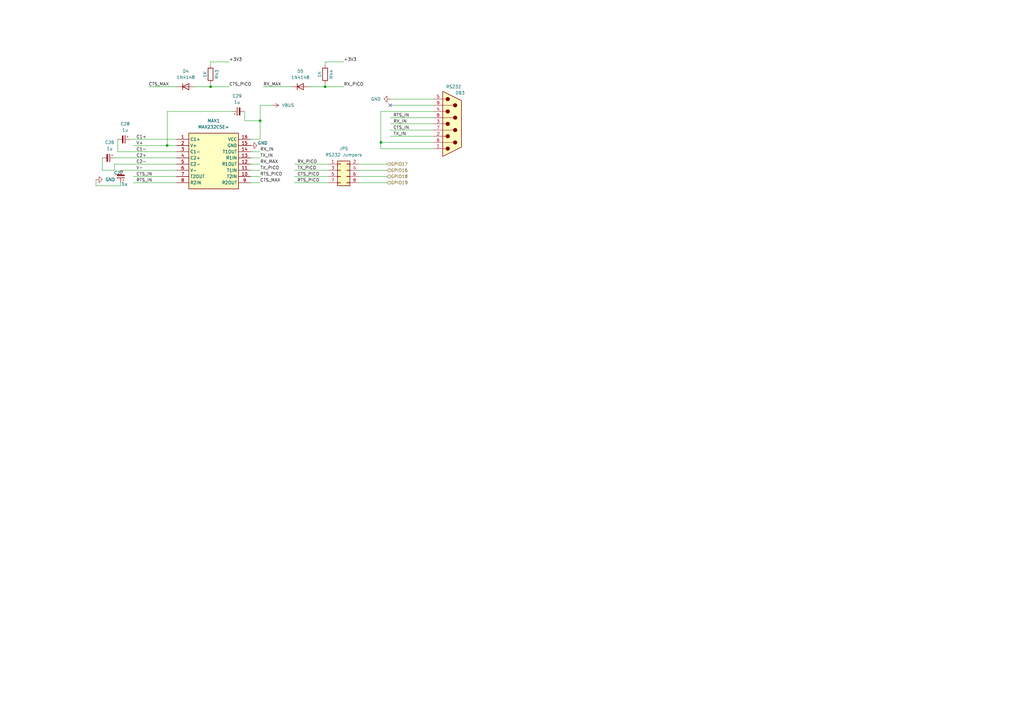
<source format=kicad_sch>
(kicad_sch (version 20231120) (generator "eeschema") (generator_version "8.0")
  (paper "A3")
  (title_block (title "FRANK2") (date "2024-11-21") (rev "1.0") (company "Mikhail Matveev") (comment 1 "https://github.com/xtremespb/frank2"))
  (lib_symbols
    (symbol "Connector:DB9_Male" (pin_names (offset 1.016) hide)
      (property "Reference" "J" (at 0 13.97 0))
      (property "Value" "DB9_Male" (at 0 -14.605 0))
      (symbol "DB9_Male_0_1"
        (circle (center -1.778 -10.16) (radius 0.762) (fill (type outline)))
        (circle (center -1.778 -5.08) (radius 0.762) (fill (type outline)))
        (circle (center -1.778 0) (radius 0.762) (fill (type outline)))
        (circle (center -1.778 5.08) (radius 0.762) (fill (type outline)))
        (circle (center -1.778 10.16) (radius 0.762) (fill (type outline)))
        (polyline (pts (xy -3.81 -10.16) (xy -2.54 -10.16)))
        (polyline (pts (xy -3.81 -7.62) (xy 0.508 -7.62)))
        (polyline (pts (xy -3.81 -5.08) (xy -2.54 -5.08)))
        (polyline (pts (xy -3.81 -2.54) (xy 0.508 -2.54)))
        (polyline (pts (xy -3.81 0) (xy -2.54 0)))
        (polyline (pts (xy -3.81 2.54) (xy 0.508 2.54)))
        (polyline (pts (xy -3.81 5.08) (xy -2.54 5.08)))
        (polyline (pts (xy -3.81 7.62) (xy 0.508 7.62)))
        (polyline (pts (xy -3.81 10.16) (xy -2.54 10.16)))
        (polyline (pts (xy -3.81 -13.335) (xy -3.81 13.335) (xy 3.81 9.525) (xy 3.81 -9.525) (xy -3.81 -13.335)) (stroke (width 0.254)) (fill (type background)))
        (circle (center 1.27 -7.62) (radius 0.762) (fill (type outline)))
        (circle (center 1.27 -2.54) (radius 0.762) (fill (type outline)))
        (circle (center 1.27 2.54) (radius 0.762) (fill (type outline)))
        (circle (center 1.27 7.62) (radius 0.762) (fill (type outline)))
      )
      (symbol "DB9_Male_1_1"
        (pin passive line (at -7.62 -10.16 0) (length 3.81) (name "1") (number "1"))
        (pin passive line (at -7.62 -5.08 0) (length 3.81) (name "2") (number "2"))
        (pin passive line (at -7.62 0 0) (length 3.81) (name "3") (number "3"))
        (pin passive line (at -7.62 5.08 0) (length 3.81) (name "4") (number "4"))
        (pin passive line (at -7.62 10.16 0) (length 3.81) (name "5") (number "5"))
        (pin passive line (at -7.62 -7.62 0) (length 3.81) (name "6") (number "6"))
        (pin passive line (at -7.62 -2.54 0) (length 3.81) (name "7") (number "7"))
        (pin passive line (at -7.62 2.54 0) (length 3.81) (name "8") (number "8"))
        (pin passive line (at -7.62 7.62 0) (length 3.81) (name "9") (number "9"))
      )
    )
    (symbol "Connector_Generic:Conn_02x04_Odd_Even" (pin_names (offset 1.016) hide)
      (property "Reference" "J" (at 1.27 5.08 0))
      (property "Value" "Conn_02x04_Odd_Even" (at 1.27 -7.62 0))
      (symbol "Conn_02x04_Odd_Even_1_1"
        (rectangle (start -1.27 -4.953) (end 0 -5.207) (stroke (width 0.1524)))
        (rectangle (start -1.27 -2.413) (end 0 -2.667) (stroke (width 0.1524)))
        (rectangle (start -1.27 0.127) (end 0 -0.127) (stroke (width 0.1524)))
        (rectangle (start -1.27 2.667) (end 0 2.413) (stroke (width 0.1524)))
        (rectangle (start -1.27 3.81) (end 3.81 -6.35) (stroke (width 0.254)) (fill (type background)))
        (rectangle (start 3.81 -4.953) (end 2.54 -5.207) (stroke (width 0.1524)))
        (rectangle (start 3.81 -2.413) (end 2.54 -2.667) (stroke (width 0.1524)))
        (rectangle (start 3.81 0.127) (end 2.54 -0.127) (stroke (width 0.1524)))
        (rectangle (start 3.81 2.667) (end 2.54 2.413) (stroke (width 0.1524)))
        (pin passive line (at -5.08 2.54 0) (length 3.81) (name "Pin_1") (number "1"))
        (pin passive line (at 7.62 2.54 180) (length 3.81) (name "Pin_2") (number "2"))
        (pin passive line (at -5.08 0 0) (length 3.81) (name "Pin_3") (number "3"))
        (pin passive line (at 7.62 0 180) (length 3.81) (name "Pin_4") (number "4"))
        (pin passive line (at -5.08 -2.54 0) (length 3.81) (name "Pin_5") (number "5"))
        (pin passive line (at 7.62 -2.54 180) (length 3.81) (name "Pin_6") (number "6"))
        (pin passive line (at -5.08 -5.08 0) (length 3.81) (name "Pin_7") (number "7"))
        (pin passive line (at 7.62 -5.08 180) (length 3.81) (name "Pin_8") (number "8"))
      )
    )
    (symbol "Device:C_Polarized_Small" (pin_numbers hide) (pin_names (offset 0.254) hide)
      (property "Reference" "C" (at 0.254 1.778 0))
      (property "Value" "C_Polarized_Small" (at 0.254 -2.032 0))
      (symbol "C_Polarized_Small_0_1"
        (rectangle (start -1.524 -0.3048) (end 1.524 -0.6858) (fill (type outline)))
        (rectangle (start -1.524 0.6858) (end 1.524 0.3048))
        (polyline (pts (xy -1.27 1.524) (xy -0.762 1.524)))
        (polyline (pts (xy -1.016 1.27) (xy -1.016 1.778)))
      )
      (symbol "C_Polarized_Small_1_1"
        (pin passive line (at 0 2.54 270) (length 1.8542) (name "~") (number "1"))
        (pin passive line (at 0 -2.54 90) (length 1.8542) (name "~") (number "2"))
      )
    )
    (symbol "Device:R" (pin_numbers hide) (pin_names (offset 0))
      (property "Reference" "R" (at 2.032 0 90))
      (property "Value" "R" (at 0 0 90))
      (symbol "R_0_1"
        (rectangle (start -1.016 -2.54) (end 1.016 2.54) (stroke (width 0.254)))
      )
      (symbol "R_1_1"
        (pin passive line (at 0 3.81 270) (length 1.27) (name "~") (number "1"))
        (pin passive line (at 0 -3.81 90) (length 1.27) (name "~") (number "2"))
      )
    )
    (symbol "Diode:1N4148" (pin_numbers hide) (pin_names hide)
      (property "Reference" "D" (at 0 2.54 0))
      (property "Value" "1N4148" (at 0 -2.54 0))
      (symbol "1N4148_0_1"
        (polyline (pts (xy -1.27 1.27) (xy -1.27 -1.27)) (stroke (width 0.254)))
        (polyline (pts (xy 1.27 0) (xy -1.27 0)))
        (polyline (pts (xy 1.27 1.27) (xy 1.27 -1.27) (xy -1.27 0) (xy 1.27 1.27)) (stroke (width 0.254)))
      )
      (symbol "1N4148_1_1"
        (pin passive line (at -3.81 0 0) (length 2.54) (name "K") (number "1"))
        (pin passive line (at 3.81 0 180) (length 2.54) (name "A") (number "2"))
      )
    )
    (symbol "GND_2" (power) (pin_numbers hide) (pin_names (offset 0) hide)
      (property "Value" "GND" (at 0 -3.81 0))
      (symbol "GND_2_0_1"
        (polyline (pts (xy 0 0) (xy 0 -1.27) (xy 1.27 -1.27) (xy 0 -2.54) (xy -1.27 -1.27) (xy 0 -1.27)))
      )
      (symbol "GND_2_1_1"
        (pin power_in line (at 0 0 270) (length 0) (name "~") (number "1"))
      )
    )
    (symbol "GND_3" (power) (pin_numbers hide) (pin_names (offset 0) hide)
      (property "Value" "GND" (at 0 -3.81 0))
      (symbol "GND_3_0_1"
        (polyline (pts (xy 0 0) (xy 0 -1.27) (xy 1.27 -1.27) (xy 0 -2.54) (xy -1.27 -1.27) (xy 0 -1.27)))
      )
      (symbol "GND_3_1_1"
        (pin power_in line (at 0 0 270) (length 0) (name "~") (number "1"))
      )
    )
    (symbol "GND_7" (power) (pin_numbers hide) (pin_names (offset 0) hide)
      (property "Value" "GND" (at 0 -3.81 0))
      (symbol "GND_7_0_1"
        (polyline (pts (xy 0 0) (xy 0 -1.27) (xy 1.27 -1.27) (xy 0 -2.54) (xy -1.27 -1.27) (xy 0 -1.27)))
      )
      (symbol "GND_7_1_1"
        (pin power_in line (at 0 0 270) (length 0) (name "~") (number "1"))
      )
    )
    (symbol "LIBS:MAX232CSE+"
      (property "Reference" "IC" (at 26.67 7.62 0))
      (property "Value" "MAX232CSE+" (at 26.67 5.08 0))
      (symbol "MAX232CSE+_1_1"
        (rectangle (start 5.08 2.54) (end 25.4 -20.32) (stroke (width 0.254)) (fill (type background)))
        (pin passive line (at 0 0 0) (length 5.08) (name "C1+") (number "1"))
        (pin passive line (at 30.48 -15.24 180) (length 5.08) (name "T2IN") (number "10"))
        (pin passive line (at 30.48 -12.7 180) (length 5.08) (name "T1IN") (number "11"))
        (pin passive line (at 30.48 -10.16 180) (length 5.08) (name "R1OUT") (number "12"))
        (pin passive line (at 30.48 -7.62 180) (length 5.08) (name "R1IN") (number "13"))
        (pin passive line (at 30.48 -5.08 180) (length 5.08) (name "T1OUT") (number "14"))
        (pin passive line (at 30.48 -2.54 180) (length 5.08) (name "GND") (number "15"))
        (pin passive line (at 30.48 0 180) (length 5.08) (name "VCC") (number "16"))
        (pin passive line (at 0 -2.54 0) (length 5.08) (name "V+") (number "2"))
        (pin passive line (at 0 -5.08 0) (length 5.08) (name "C1-") (number "3"))
        (pin passive line (at 0 -7.62 0) (length 5.08) (name "C2+") (number "4"))
        (pin passive line (at 0 -10.16 0) (length 5.08) (name "C2-") (number "5"))
        (pin passive line (at 0 -12.7 0) (length 5.08) (name "V-") (number "6"))
        (pin passive line (at 0 -15.24 0) (length 5.08) (name "T2OUT") (number "7"))
        (pin passive line (at 0 -17.78 0) (length 5.08) (name "R2IN") (number "8"))
        (pin passive line (at 30.48 -17.78 180) (length 5.08) (name "R2OUT") (number "9"))
      )
    )
    (symbol "power:VBUS" (power) (pin_numbers hide) (pin_names (offset 0) hide)
      (property "Value" "VBUS" (at 0 3.556 0))
      (symbol "VBUS_0_1"
        (polyline (pts (xy -0.762 1.27) (xy 0 2.54)))
        (polyline (pts (xy 0 0) (xy 0 2.54)))
        (polyline (pts (xy 0 2.54) (xy 0.762 1.27)))
      )
      (symbol "VBUS_1_1"
        (pin power_in line (at 0 0 90) (length 0) (name "~") (number "1"))
      )
    )
  )
  (junction (at 86.36 35.56))
  (junction (at 133.35 35.56))
  (junction (at 156.21 58.42))
  (junction (at 106.68 49.53))
  (junction (at 68.58 59.69))
  (no_connect (at 160.02 43.18))
  (wire (pts (xy 46.99 69.85) (xy 46.99 67.31)))
  (wire (pts (xy 102.87 72.39) (xy 106.68 72.39)))
  (wire (pts (xy 102.87 67.31) (xy 106.68 67.31)))
  (wire (pts (xy 120.65 72.39) (xy 134.62 72.39)))
  (wire (pts (xy 156.21 60.96) (xy 156.21 58.42)))
  (wire (pts (xy 46.99 67.31) (xy 72.39 67.31)))
  (wire (pts (xy 133.35 25.4) (xy 133.35 26.67)))
  (wire (pts (xy 100.33 49.53) (xy 100.33 45.72)))
  (wire (pts (xy 41.91 69.85) (xy 46.99 69.85)))
  (wire (pts (xy 49.53 69.85) (xy 72.39 69.85)))
  (wire (pts (xy 53.34 57.15) (xy 72.39 57.15)))
  (wire (pts (xy 147.32 74.93) (xy 158.75 74.93)))
  (wire (pts (xy 156.21 58.42) (xy 156.21 45.72)))
  (wire (pts (xy 156.21 45.72) (xy 177.8 45.72)))
  (wire (pts (xy 86.36 34.29) (xy 86.36 35.56)))
  (wire (pts (xy 49.53 76.2) (xy 49.53 74.93)))
  (wire (pts (xy 107.95 35.56) (xy 119.38 35.56)))
  (wire (pts (xy 127 35.56) (xy 133.35 35.56)))
  (wire (pts (xy 102.87 57.15) (xy 106.68 57.15)))
  (wire (pts (xy 54.61 74.93) (xy 72.39 74.93)))
  (wire (pts (xy 156.21 58.42) (xy 177.8 58.42)))
  (wire (pts (xy 46.99 64.77) (xy 72.39 64.77)))
  (wire (pts (xy 106.68 43.18) (xy 111.76 43.18)))
  (wire (pts (xy 86.36 35.56) (xy 93.98 35.56)))
  (wire (pts (xy 120.65 69.85) (xy 134.62 69.85)))
  (wire (pts (xy 68.58 45.72) (xy 68.58 59.69)))
  (wire (pts (xy 48.26 57.15) (xy 48.26 62.23)))
  (wire (pts (xy 48.26 62.23) (xy 72.39 62.23)))
  (wire (pts (xy 160.02 53.34) (xy 177.8 53.34)))
  (wire (pts (xy 160.02 48.26) (xy 177.8 48.26)))
  (wire (pts (xy 120.65 67.31) (xy 134.62 67.31)))
  (wire (pts (xy 102.87 74.93) (xy 106.68 74.93)))
  (wire (pts (xy 39.37 76.2) (xy 39.37 73.66)))
  (wire (pts (xy 93.98 25.4) (xy 86.36 25.4)))
  (wire (pts (xy 160.02 40.64) (xy 177.8 40.64)))
  (wire (pts (xy 39.37 76.2) (xy 49.53 76.2)))
  (wire (pts (xy 140.97 25.4) (xy 133.35 25.4)))
  (wire (pts (xy 41.91 64.77) (xy 41.91 69.85)))
  (wire (pts (xy 54.61 72.39) (xy 72.39 72.39)))
  (wire (pts (xy 147.32 72.39) (xy 158.75 72.39)))
  (wire (pts (xy 54.61 59.69) (xy 68.58 59.69)))
  (wire (pts (xy 86.36 25.4) (xy 86.36 26.67)))
  (wire (pts (xy 68.58 59.69) (xy 72.39 59.69)))
  (wire (pts (xy 95.25 45.72) (xy 68.58 45.72)))
  (wire (pts (xy 147.32 67.31) (xy 158.75 67.31)))
  (wire (pts (xy 80.01 35.56) (xy 86.36 35.56)))
  (wire (pts (xy 147.32 69.85) (xy 158.75 69.85)))
  (wire (pts (xy 133.35 34.29) (xy 133.35 35.56)))
  (wire (pts (xy 160.02 43.18) (xy 177.8 43.18)))
  (wire (pts (xy 133.35 35.56) (xy 140.97 35.56)))
  (wire (pts (xy 102.87 62.23) (xy 106.68 62.23)))
  (wire (pts (xy 120.65 74.93) (xy 134.62 74.93)))
  (wire (pts (xy 102.87 64.77) (xy 106.68 64.77)))
  (wire (pts (xy 156.21 60.96) (xy 177.8 60.96)))
  (wire (pts (xy 106.68 49.53) (xy 106.68 43.18)))
  (wire (pts (xy 106.68 49.53) (xy 106.68 57.15)))
  (wire (pts (xy 102.87 69.85) (xy 106.68 69.85)))
  (wire (pts (xy 160.02 55.88) (xy 177.8 55.88)))
  (wire (pts (xy 60.96 35.56) (xy 72.39 35.56)))
  (wire (pts (xy 160.02 50.8) (xy 177.8 50.8)))
  (wire (pts (xy 100.33 49.53) (xy 106.68 49.53)))
  (label "TX_PICO" (at 121.92 69.85 0))
  (label "CTS_PICO" (at 121.92 72.39 0))
  (label "RTS_PICO" (at 121.92 74.93 0))
  (label "+3V3" (at 93.98 25.4 0))
  (label "CTS_MAX" (at 106.68 74.93 0))
  (label "RX_IN" (at 106.68 62.23 0))
  (label "CTS_IN" (at 55.88 72.39 0))
  (label "CTS_MAX" (at 60.96 35.56 0))
  (label "RX_MAX" (at 107.95 35.56 0))
  (label "TX_IN" (at 161.29 55.88 0))
  (label "TX_PICO" (at 106.68 69.85 0))
  (label "C1-" (at 55.88 62.23 0))
  (label "RX_PICO" (at 140.97 35.56 0))
  (label "+3V3" (at 140.97 25.4 0))
  (label "RTS_PICO" (at 106.68 72.39 0))
  (label "V-" (at 55.88 69.85 0))
  (label "RTS_IN" (at 161.29 48.26 0))
  (label "C2-" (at 55.88 67.31 0))
  (label "RX_MAX" (at 106.68 67.31 0))
  (label "C1+" (at 55.88 57.15 0))
  (label "RTS_IN" (at 55.88 74.93 0))
  (label "C2+" (at 55.88 64.77 0))
  (label "RX_PICO" (at 121.92 67.31 0))
  (label "CTS_PICO" (at 93.98 35.56 0))
  (label "CTS_IN" (at 161.29 53.34 0))
  (label "TX_IN" (at 106.68 64.77 0))
  (label "RX_IN" (at 161.29 50.8 0))
  (label "V+" (at 55.88 59.69 0))
  (hierarchical_label "GPIO16" (shape input) (at 158.75 69.85 0))
  (hierarchical_label "GPIO17" (shape input) (at 158.75 67.31 0))
  (hierarchical_label "GPIO18" (shape input) (at 158.75 72.39 0))
  (hierarchical_label "GPIO19" (shape input) (at 158.75 74.93 0))
  (symbol (lib_id "Connector_Generic:Conn_02x04_Odd_Even") (at 139.7 69.85 0) (unit 1)
    (property "Reference" "JP5" (at 140.97 60.96 0))
    (property "Value" "RS232 Jumpers" (at 140.97 63.5 0))
    (property "Footprint" "LIBS:Medved_PinHeader_2x04_P2.54mm_Vertical" (effects (hide yes)))
    (property "Description" "Generic connector, double row, 02x04, odd/even pin numbering scheme (row 1 odd numbers, row 2 even numbers), script generated (kicad-library-utils/schlib/autogen/connector/)" (effects (hide yes)))
  )
  (symbol (lib_id "power:VBUS") (at 111.76 43.18 270) (unit 1)
    (property "Reference" "#PWR080" (effects (hide yes)))
    (property "Value" "VBUS" (at 115.57 43.1799 90) (effects (justify left)))
    (property "Description" "Power symbol creates a global label with name \"VBUS\"" (effects (hide yes)))
  )
  (symbol (lib_id "Device:R") (at 133.35 30.48 180) (unit 1)
    (property "Reference" "R44" (at 135.89 30.48 90))
    (property "Value" "1K" (at 131.064 30.48 90))
    (property "Footprint" "Resistor_SMD:R_0805_2012Metric_Pad1.20x1.40mm_HandSolder" (effects (hide yes)))
  )
  (symbol (lib_id "Device:C_Polarized_Small") (at 97.79 45.72 90) (unit 1)
    (property "Reference" "C29" (at 97.2439 39.37 90))
    (property "Value" "1u" (at 97.2439 41.91 90))
    (property "Footprint" "LIBS:Medved_CP_Radial_D5.0mm_P2.50mm" (effects (hide yes)))
    (property "Description" "Polarized capacitor, small symbol" (effects (hide yes)))
  )
  (symbol (lib_name "GND_3") (lib_id "power:GND") (at 160.02 40.64 270) (unit 1)
    (property "Reference" "#PWR055" (effects (hide yes)))
    (property "Value" "GND" (at 156.21 40.6399 90) (effects (justify right)))
    (property "Description" "Power symbol creates a global label with name \"GND\" , ground" (effects (hide yes)))
  )
  (symbol (lib_id "Diode:1N4148") (at 123.19 35.56 0) (unit 1)
    (property "Reference" "D5" (at 123.19 29.21 0))
    (property "Value" "1N4148" (at 123.19 31.75 0))
    (property "Footprint" "Diode_SMD:D_0805_2012Metric_Pad1.15x1.40mm_HandSolder" (effects (hide yes)))
    (property "Datasheet" "https://assets.nexperia.com/documents/data-sheet/1N4148_1N4448.pdf" (effects (hide yes)))
    (property "Description" "100V 0.15A standard switching diode, DO-35" (effects (hide yes)))
    (property "Sim.Device" "D" (effects (hide yes)))
    (property "Sim.Pins" "1=K 2=A" (effects (hide yes)))
  )
  (symbol (lib_id "Device:C_Polarized_Small") (at 44.45 64.77 270) (unit 1)
    (property "Reference" "C26" (at 44.9961 58.42 90))
    (property "Value" "1u" (at 44.9961 60.96 90))
    (property "Footprint" "LIBS:Medved_CP_Radial_D5.0mm_P2.50mm" (effects (hide yes)))
    (property "Description" "Polarized capacitor, small symbol" (effects (hide yes)))
  )
  (symbol (lib_id "LIBS:MAX232CSE+") (at 72.39 57.15 0) (unit 1)
    (property "Reference" "MAX1" (at 87.63 49.53 0))
    (property "Value" "MAX232CSE+" (at 87.63 52.07 0))
    (property "Footprint" "LIBS:SOIC127P600X175-16N" (effects (hide yes)))
    (property "Datasheet" "http://datasheets.maximintegrated.com/en/ds/MAX220-MAX249.pdf" (effects (hide yes)))
    (property "Description" "MAX232CSE+, Line Transceiver, EIA/TIA-232-E, RS-232, V.24, V.28 2-TX 2-RX 2-TRX, 5V, 16-Pin SOIC" (effects (hide yes)))
    (property "Height" "1.75" (effects (hide yes)))
    (property "Mouser Part Number" "700-MAX232CSE" (effects (hide yes)))
    (property "Mouser Price/Stock" "https://www.mouser.co.uk/ProductDetail/Analog-Devices-Maxim-Integrated/MAX232CSE%2b?qs=1THa7WoU59E0tHinO%252BHrBQ%3D%3D" (effects (hide yes)))
    (property "Manufacturer_Name" "Analog Devices" (effects (hide yes)))
    (property "Manufacturer_Part_Number" "MAX232CSE+" (effects (hide yes)))
  )
  (symbol (lib_name "GND_7") (lib_id "power:GND") (at 39.37 73.66 90) (unit 1)
    (property "Reference" "#PWR053" (effects (hide yes)))
    (property "Value" "GND" (at 43.18 73.6599 90) (effects (justify right)))
    (property "Description" "Power symbol creates a global label with name \"GND\" , ground" (effects (hide yes)))
  )
  (symbol (lib_id "Device:C_Polarized_Small") (at 50.8 57.15 270) (unit 1)
    (property "Reference" "C28" (at 51.3461 50.8 90))
    (property "Value" "1u" (at 51.3461 53.34 90))
    (property "Footprint" "LIBS:Medved_CP_Radial_D5.0mm_P2.50mm" (effects (hide yes)))
    (property "Description" "Polarized capacitor, small symbol" (effects (hide yes)))
  )
  (symbol (lib_id "Device:R") (at 86.36 30.48 180) (unit 1)
    (property "Reference" "R43" (at 88.9 30.48 90))
    (property "Value" "1K" (at 84.074 30.48 90))
    (property "Footprint" "Resistor_SMD:R_0805_2012Metric_Pad1.20x1.40mm_HandSolder" (effects (hide yes)))
  )
  (symbol (lib_name "GND_2") (lib_id "power:GND") (at 102.87 59.69 90) (unit 1)
    (property "Reference" "#PWR054" (effects (hide yes)))
    (property "Value" "GND" (at 105.664 58.674 90) (effects (justify right)))
    (property "Description" "Power symbol creates a global label with name \"GND\" , ground" (effects (hide yes)))
  )
  (symbol (lib_id "Diode:1N4148") (at 76.2 35.56 0) (unit 1)
    (property "Reference" "D4" (at 76.2 29.21 0))
    (property "Value" "1N4148" (at 76.2 31.75 0))
    (property "Footprint" "Diode_SMD:D_0805_2012Metric_Pad1.15x1.40mm_HandSolder" (effects (hide yes)))
    (property "Datasheet" "https://assets.nexperia.com/documents/data-sheet/1N4148_1N4448.pdf" (effects (hide yes)))
    (property "Description" "100V 0.15A standard switching diode, DO-35" (effects (hide yes)))
    (property "Sim.Device" "D" (effects (hide yes)))
    (property "Sim.Pins" "1=K 2=A" (effects (hide yes)))
  )
  (symbol (lib_id "Device:C_Polarized_Small") (at 49.53 72.39 180) (unit 1)
    (property "Reference" "C27" (at 46.736 70.866 0) (effects (justify right)))
    (property "Value" "1u" (at 49.784 75.438 0) (effects (justify right)))
    (property "Footprint" "LIBS:Medved_CP_Radial_D5.0mm_P2.50mm" (effects (hide yes)))
    (property "Description" "Polarized capacitor, small symbol" (effects (hide yes)))
  )
  (symbol (lib_id "Connector:DB9_Male") (at 185.42 50.8 0) (unit 1)
    (property "Reference" "DB3" (at 186.69 38.1 0) (effects (justify left)))
    (property "Value" "RS232" (at 182.88 35.56 0) (effects (justify left)))
    (property "Footprint" "Connector_Dsub:DSUB-9_Male_Horizontal_P2.77x2.84mm_EdgePinOffset4.94mm_Housed_MountingHolesOffset7.48mm" (effects (hide yes)))
  )
)
</source>
